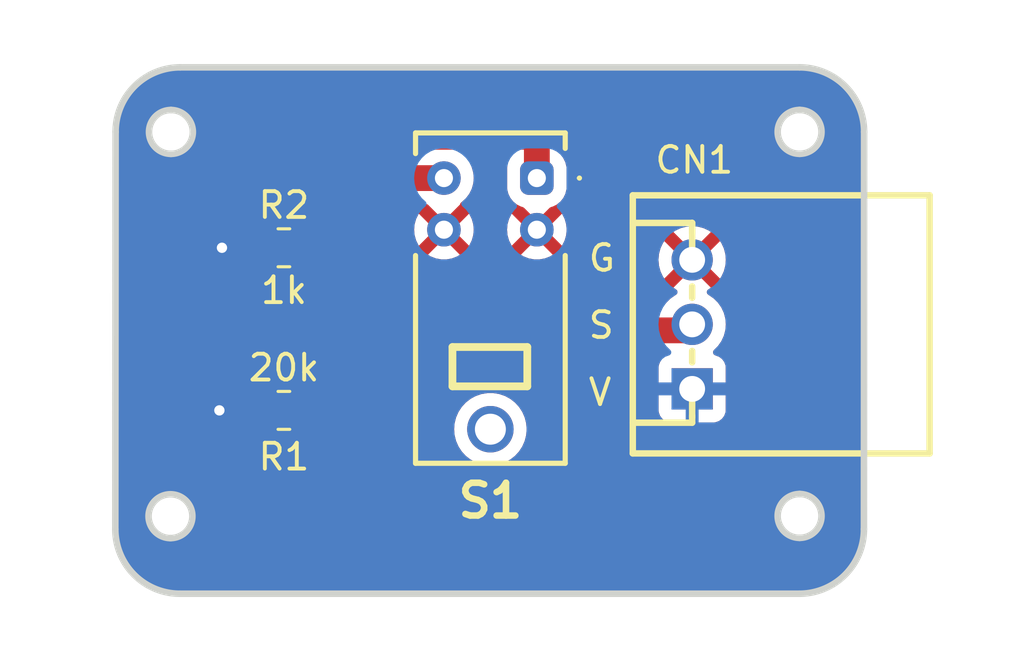
<source format=kicad_pcb>
(kicad_pcb (version 20221018) (generator pcbnew)
  (layers (0 "F.Cu" signal) (31 "B.Cu" signal) (34 "B.Paste" user) (35 "F.Paste" user) (36 "B.SilkS" user "B.Silkscreen") (37 "F.SilkS" user "F.Silkscreen") (38 "B.Mask" user) (39 "F.Mask" user) (44 "Edge.Cuts" user))
  (net 0 "")
  (net 1 "S")
  (net 2 "GND")
  (net 3 "+5V")
  (net 4 "Net-(S1-A)")
  (footprint "extras:CONN-TH_S3B-XH-A-LF-SN" (layer "F.Cu") (at 140.4175 81.9675 -90)
    (fp_text reference "CN1" (at -6.3675 -0.0825) (layer "F.SilkS"))
    (fp_text value "S3B-XH-A (LF)(SN)")
    (fp_text user "G" (at -2.5675 3.4975 unlocked) (layer "F.SilkS"))
    (fp_text user "V" (at 2.6325 3.568929 unlocked) (layer "F.SilkS"))
    (fp_text user "S" (at 0.0325 3.52131 unlocked) (layer "F.SilkS"))
    (fp_line (start -5 -9.2) (end -5 2.3) (stroke (width 0.25)) (layer "F.SilkS"))
    (fp_line (start -5 -9.2) (end 5 -9.2) (stroke (width 0.25)) (layer "F.SilkS"))
    (fp_line (start -5 2.3) (end 5 2.3) (stroke (width 0.25)) (layer "F.SilkS"))
    (fp_line (start -3.93 0) (end -2.53 0) (stroke (width 0.25)) (layer "F.SilkS"))
    (fp_line (start -3.93 2.29) (end -3.93 0) (stroke (width 0.25)) (layer "F.SilkS"))
    (fp_line (start -3.53 0) (end -3.93 0) (stroke (width 0.25)) (layer "F.SilkS"))
    (fp_line (start -1.03 0) (end -1.47 0) (stroke (width 0.25)) (layer "F.SilkS"))
    (fp_line (start 1.47 0) (end 1.03 0) (stroke (width 0.25)) (layer "F.SilkS"))
    (fp_line (start 3.6 0) (end 3.53 0) (stroke (width 0.25)) (layer "F.SilkS"))
    (fp_line (start 3.81 0) (end 2.54 0) (stroke (width 0.25)) (layer "F.SilkS"))
    (fp_line (start 3.81 2.29) (end 3.81 0) (stroke (width 0.25)) (layer "F.SilkS"))
    (fp_line (start 5 -9.2) (end 5 2.3) (stroke (width 0.25)) (layer "F.SilkS"))
    (pad "1" thru_hole rect (at 2.5 0) (size 1.6 1.6) (drill 0.999998) (layers "*.Cu" "*.Paste" "*.Mask") (net 3 "+5V"))
    (pad "2" thru_hole circle (at 0 0) (size 1.6 1.6) (drill 0.999998) (layers "*.Cu" "*.Paste" "*.Mask") (net 1 "S"))
    (pad "3" thru_hole circle (at -2.5 0) (size 1.6 1.6) (drill 0.999998) (layers "*.Cu" "*.Paste" "*.Mask") (net 2 "GND"))
  )
  (footprint "Resistor_SMD:R_0805_2012Metric_Pad1.20x1.40mm_HandSolder" (layer "F.Cu") (at 124.6 85.3 180)
    (fp_text reference "R1" (at 0 -1.8) (layer "F.SilkS"))
    (fp_text value "20k" (at 0 1.65) (layer "F.SilkS"))
    (fp_line (start -0.227064 -0.735) (end 0.227064 -0.735) (stroke (width 0.12)) (layer "F.SilkS"))
    (fp_line (start -0.227064 0.735) (end 0.227064 0.735) (stroke (width 0.12)) (layer "F.SilkS"))
    (pad "1" smd roundrect (at -1 0 180) (size 1.2 1.4) (layers "F.Cu" "F.Paste" "F.Mask") (roundrect_rratio 0.208333) (net 1 "S"))
    (pad "2" smd roundrect (at 1 0 180) (size 1.2 1.4) (layers "F.Cu" "F.Paste" "F.Mask") (roundrect_rratio 0.208333) (net 3 "+5V"))
  )
  (footprint "Resistor_SMD:R_0805_2012Metric_Pad1.20x1.40mm_HandSolder" (layer "F.Cu") (at 124.6 79)
    (fp_text reference "R2" (at 0 -1.65) (layer "F.SilkS"))
    (fp_text value "1k" (at 0 1.65) (layer "F.SilkS"))
    (fp_line (start -0.227064 -0.735) (end 0.227064 -0.735) (stroke (width 0.12)) (layer "F.SilkS"))
    (fp_line (start -0.227064 0.735) (end 0.227064 0.735) (stroke (width 0.12)) (layer "F.SilkS"))
    (pad "1" smd roundrect (at -1 0) (size 1.2 1.4) (layers "F.Cu" "F.Paste" "F.Mask") (roundrect_rratio 0.208333) (net 3 "+5V"))
    (pad "2" smd roundrect (at 1 0) (size 1.2 1.4) (layers "F.Cu" "F.Paste" "F.Mask") (roundrect_rratio 0.208333) (net 4 "Net-(S1-A)"))
  )
  (footprint "D2FP:D2FPFN2" (layer "F.Cu") (at 134.4 76.3 90)
    (fp_text reference "S1" (at -12.5 -1.8) (layer "F.SilkS") (effects (font (size 1.27 1.27) (thickness 0.254))))
    (fp_text value "D2FP-FN2" hide)
    (fp_line (start -11.05 -4.7) (end -11.05 1.1) (stroke (width 0.2)) (layer "F.SilkS"))
    (fp_line (start -11.05 1.1) (end -3 1.1) (stroke (width 0.2)) (layer "F.SilkS"))
    (fp_line (start -3 -4.7) (end -11.05 -4.7) (stroke (width 0.2)) (layer "F.SilkS"))
    (fp_line (start 0 1.6) (end 0 1.6) (stroke (width 0.1)) (layer "F.SilkS"))
    (fp_line (start 0 1.7) (end 0 1.7) (stroke (width 0.1)) (layer "F.SilkS"))
    (fp_line (start 0.95 -4.7) (end 1.75 -4.7) (stroke (width 0.2)) (layer "F.SilkS"))
    (fp_line (start 1.75 -4.7) (end 1.75 1.1) (stroke (width 0.2)) (layer "F.SilkS"))
    (fp_line (start 1.75 1.1) (end 1.15 1.1) (stroke (width 0.2)) (layer "F.SilkS"))
    (fp_arc (start 0 1.6) (mid 0.05 1.65) (end 0 1.7) (stroke (width 0.1)) (layer "F.SilkS"))
    (fp_arc (start 0 1.7) (mid -0.05 1.65) (end 0 1.6) (stroke (width 0.1)) (layer "F.SilkS"))
    (pad "A1" thru_hole roundrect (at 0 0 90) (size 1.3 1.3) (drill 0.7) (layers "*.Cu" "*.Mask") (net 4 "Net-(S1-A)"))
    (pad "C1" thru_hole circle (at 0 -3.6 90) (size 1.3 1.3) (drill 0.7) (layers "*.Cu" "*.Mask") (net 1 "S"))
    (pad "E1" thru_hole circle (at -2 -3.6 90) (size 1.3 1.3) (drill 0.7) (layers "*.Cu" "*.Mask") (net 2 "GND"))
    (pad "K1" thru_hole circle (at -2 0 90) (size 1.3 1.3) (drill 0.7) (layers "*.Cu" "*.Mask") (net 2 "GND"))
    (pad "MH1" thru_hole circle (at -9.73 -1.8 90) (size 1.8 1.8) (drill 1.2) (layers "*.Cu" "*.Mask"))
  )
  (gr_line (start 134.03 84.36903) (end 134.03 82.845) (stroke (width 0.3)) (layer "F.SilkS"))
  (gr_line (start 134.03 84.36903) (end 131.12999 84.36903) (stroke (width 0.3)) (layer "F.SilkS"))
  (gr_line (start 131.12999 82.845) (end 134.03 82.845) (stroke (width 0.3)) (layer "F.SilkS"))
  (gr_line (start 131.12999 82.845) (end 131.12999 84.36903) (stroke (width 0.3)) (layer "F.SilkS"))
  (gr_arc (start 120.568767 92.403233) (mid 118.801 91.671) (end 118.068767 89.903233) (stroke (width 0.254)) (layer "Edge.Cuts"))
  (gr_line (start 120.568767 92.403233) (end 144.57324 92.40323) (stroke (width 0.254)) (layer "Edge.Cuts"))
  (gr_arc (start 118.08 74.50999) (mid 118.812233 72.742223) (end 120.58 72.00999) (stroke (width 0.254)) (layer "Edge.Cuts"))
  (gr_arc (start 120.204653 88.55) (mid 121.059316 89.4) (end 120.204653 90.25) (stroke (width 0.254)) (layer "Edge.Cuts"))
  (gr_arc (start 144.58 88.54) (mid 145.434663 89.39) (end 144.58 90.24) (stroke (width 0.254)) (layer "Edge.Cuts"))
  (gr_arc (start 144.58 90.24) (mid 143.725337 89.39) (end 144.58 88.54) (stroke (width 0.254)) (layer "Edge.Cuts"))
  (gr_arc (start 147.07323 89.90324) (mid 146.341 91.671) (end 144.57324 92.40323) (stroke (width 0.254)) (layer "Edge.Cuts"))
  (gr_line (start 144.58 72.01) (end 120.57999 72.01) (stroke (width 0.254)) (layer "Edge.Cuts"))
  (gr_arc (start 144.58 73.66) (mid 145.434663 74.51) (end 144.58 75.36) (stroke (width 0.254)) (layer "Edge.Cuts"))
  (gr_line (start 118.08 74.50999) (end 118.068767 89.903233) (stroke (width 0.254)) (layer "Edge.Cuts"))
  (gr_arc (start 144.58 75.36) (mid 143.725337 74.51) (end 144.58 73.66) (stroke (width 0.254)) (layer "Edge.Cuts"))
  (gr_arc (start 120.22282 75.3616) (mid 119.368167 74.5116) (end 120.22282 73.6616) (stroke (width 0.254)) (layer "Edge.Cuts"))
  (gr_arc (start 120.204653 90.25) (mid 119.35 89.4) (end 120.204653 88.55) (stroke (width 0.254)) (layer "Edge.Cuts"))
  (gr_arc (start 144.58 72.01) (mid 146.34776 72.74223) (end 147.07999 74.50999) (stroke (width 0.254)) (layer "Edge.Cuts"))
  (gr_arc (start 120.22282 73.6616) (mid 121.077483 74.5116) (end 120.22282 75.3616) (stroke (width 0.254)) (layer "Edge.Cuts"))
  (gr_line (start 147.07323 89.90324) (end 147.07999 74.50999) (stroke (width 0.254)) (layer "Edge.Cuts"))
  (segment (start 125.6 85.3) (end 128.7 82.2) (width 1) (layer "F.Cu") (net 1))
  (segment (start 130.8 76.3) (end 128.6 76.3) (width 1) (layer "F.Cu") (net 1))
  (segment (start 127.6 81.1) (end 128.7 82.2) (width 1) (layer "F.Cu") (net 1))
  (segment (start 127.6 77.3) (end 127.6 81.1) (width 1) (layer "F.Cu") (net 1))
  (segment (start 140.185 82.2) (end 140.4175 81.9675) (width 1) (layer "F.Cu") (net 1))
  (segment (start 128.6 76.3) (end 127.6 77.3) (width 1) (layer "F.Cu") (net 1))
  (segment (start 128.7 82.2) (end 140.185 82.2) (width 1) (layer "F.Cu") (net 1))
  (segment (start 122.1 85.3) (end 123.6 85.3) (width 1) (layer "F.Cu") (net 3))
  (segment (start 122.2 79) (end 123.6 79) (width 1) (layer "F.Cu") (net 3))
  (via (at 122.1 85.3) (size 0.8) (drill 0.4) (layers "F.Cu" "B.Cu") (net 3))
  (via (at 122.2 79) (size 0.8) (drill 0.4) (layers "F.Cu" "B.Cu") (net 3))
  (segment (start 125.6 76.4) (end 127.3 74.7) (width 1) (layer "F.Cu") (net 4))
  (segment (start 125.6 79) (end 125.6 76.4) (width 1) (layer "F.Cu") (net 4))
  (segment (start 134.2 74.7) (end 134.4 74.9) (width 1) (layer "F.Cu") (net 4))
  (segment (start 134.4 74.9) (end 134.4 76.3) (width 1) (layer "F.Cu") (net 4))
  (segment (start 127.3 74.7) (end 134.2 74.7) (width 1) (layer "F.Cu") (net 4))
  (zone (net 2) (net_name "GND") (layer "F.Cu") (connect_pads (clearance 0.5)) (min_thickness 0.25) (fill yes (thermal_gap 0.5) (thermal_bridge_width 0.5))
    (polygon (pts (xy 113.7 69.5) (xy 113.6 94.5) (xy 153 95) (xy 153.3 69.5)))
  )
  (zone (net 3) (net_name "+5V") (layer "B.Cu") (priority 1) (connect_pads (clearance 0.5)) (min_thickness 0.25) (fill yes (thermal_gap 0.5) (thermal_bridge_width 0.5))
    (polygon (pts (xy 113.7 69.4) (xy 153.3 69.5) (xy 153.1 95.1) (xy 113.6 94.5)))
  )
)
</source>
